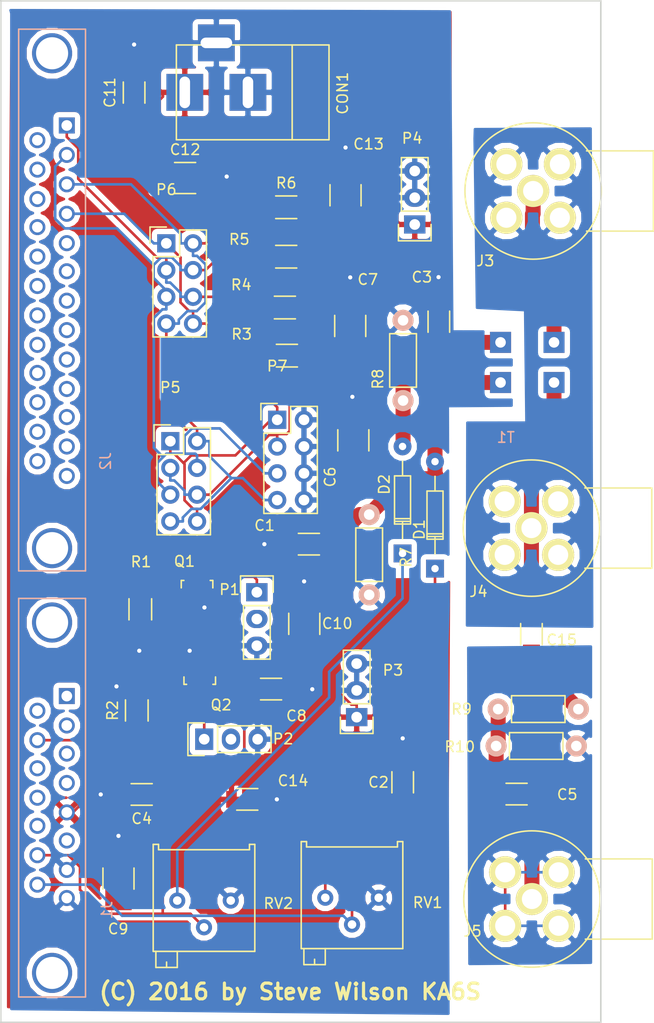
<source format=kicad_pcb>
(kicad_pcb (version 4) (host pcbnew 4.0.1-3.201512221401+6198~38~ubuntu15.10.1-stable)
  (layers (0 F.Cu signal) (31 B.Cu signal) (34 B.Paste user) (35 F.Paste user) (36 B.SilkS user) (37 F.SilkS user) (38 B.Mask user) (39 F.Mask user) (44 Edge.Cuts user))
  (net 0 "")
  (net 1 "Net-(C1-Pad1)")
  (net 2 GND)
  (net 3 /SWR_RV)
  (net 4 "Net-(C3-Pad1)")
  (net 5 /SWR_FD)
  (net 6 "Net-(C5-Pad1)")
  (net 7 "Net-(C5-Pad2)")
  (net 8 +5V)
  (net 9 "Net-(D1-Pad1)")
  (net 10 "Net-(D2-Pad1)")
  (net 11 "Net-(J1-Pad1)")
  (net 12 "Net-(J1-Pad2)")
  (net 13 "Net-(J1-Pad3)")
  (net 14 "Net-(J1-Pad4)")
  (net 15 "Net-(J1-Pad6)")
  (net 16 "Net-(J1-Pad9)")
  (net 17 "Net-(J1-Pad10)")
  (net 18 "Net-(J1-Pad11)")
  (net 19 "Net-(J1-Pad12)")
  (net 20 "Net-(J1-Pad13)")
  (net 21 /OUTB)
  (net 22 /OUTC)
  (net 23 /OUTD)
  (net 24 /OUTA)
  (net 25 "Net-(J2-Pad5)")
  (net 26 "Net-(J2-Pad6)")
  (net 27 "Net-(J2-Pad7)")
  (net 28 "Net-(J2-Pad8)")
  (net 29 "Net-(J2-Pad9)")
  (net 30 "Net-(J2-Pad10)")
  (net 31 "Net-(J2-Pad11)")
  (net 32 "Net-(J2-Pad12)")
  (net 33 "Net-(J2-Pad13)")
  (net 34 "Net-(J2-Pad14)")
  (net 35 "Net-(J2-Pad15)")
  (net 36 "Net-(J2-Pad16)")
  (net 37 "Net-(J2-Pad17)")
  (net 38 "Net-(J2-Pad18)")
  (net 39 "Net-(J2-Pad19)")
  (net 40 "Net-(J2-Pad20)")
  (net 41 "Net-(J2-Pad21)")
  (net 42 "Net-(J2-Pad22)")
  (net 43 "Net-(J2-Pad23)")
  (net 44 "Net-(J2-Pad24)")
  (net 45 "Net-(J2-Pad25)")
  (net 46 "Net-(J3-Pad1)")
  (net 47 GNDA)
  (net 48 GNDREF)
  (net 49 "Net-(P1-Pad1)")
  (net 50 "Net-(P1-Pad2)")
  (net 51 "Net-(P2-Pad1)")
  (net 52 "Net-(P2-Pad2)")
  (net 53 "Net-(C15-Pad1)")
  (net 54 "Net-(C15-Pad2)")
  (module Capacitors_SMD:C_1206_HandSoldering (layer F.Cu) (at 124.27 129.595 180)
    (fp_text reference C1 (at 4.21 1.775 180) (layer F.SilkS))
    (fp_text value 0.1uF)
    (pad 1 smd rect (at -2 0 180) (size 2 1.6) (layers F.Cu F.Paste F.Mask) (net 1 "Net-(C1-Pad1)"))
    (pad 2 smd rect (at 2 0 180) (size 2 1.6) (layers F.Cu F.Paste F.Mask) (net 2 GND))
  )
  (module Capacitors_SMD:C_1206_HandSoldering (layer F.Cu) (at 133.18 152.205 90)
    (fp_text reference C2 (at 0 -2.3 180) (layer F.SilkS))
    (fp_text value 0.1uF)
    (pad 1 smd rect (at -2 0 90) (size 2 1.6) (layers F.Cu F.Paste F.Mask) (net 3 /SWR_RV))
    (pad 2 smd rect (at 2 0 90) (size 2 1.6) (layers F.Cu F.Paste F.Mask) (net 2 GND))
  )
  (module Capacitors_SMD:C_1206_HandSoldering (layer F.Cu) (at 136.615 108.47 90)
    (fp_text reference C3 (at 4.23 -1.61 180) (layer F.SilkS))
    (fp_text value 0.1uF)
    (pad 1 smd rect (at -2 0 90) (size 2 1.6) (layers F.Cu F.Paste F.Mask) (net 4 "Net-(C3-Pad1)"))
    (pad 2 smd rect (at 2 0 90) (size 2 1.6) (layers F.Cu F.Paste F.Mask) (net 2 GND))
  )
  (module Capacitors_SMD:C_1206_HandSoldering (layer F.Cu) (at 108.385 153.36 180)
    (fp_text reference C4 (at 0 -2.3 180) (layer F.SilkS))
    (fp_text value 0.1uF)
    (pad 1 smd rect (at -2 0 180) (size 2 1.6) (layers F.Cu F.Paste F.Mask) (net 5 /SWR_FD))
    (pad 2 smd rect (at 2 0 180) (size 2 1.6) (layers F.Cu F.Paste F.Mask) (net 2 GND))
  )
  (module Capacitors_SMD:C_1206_HandSoldering (layer F.Cu) (at 144 153.325)
    (fp_text reference C5 (at 4.81 0.045) (layer F.SilkS))
    (fp_text value 0.1uF)
    (pad 1 smd rect (at -2 0) (size 2 1.6) (layers F.Cu F.Paste F.Mask) (net 6 "Net-(C5-Pad1)"))
    (pad 2 smd rect (at 2 0) (size 2 1.6) (layers F.Cu F.Paste F.Mask) (net 7 "Net-(C5-Pad2)"))
  )
  (module Connect:BARREL_JACK (layer F.Cu) (at 118.68 86.695 180)
    (fp_text reference CON1 (at -8.79 -0.085 270) (layer F.SilkS))
    (fp_text value BARREL_JACK)
    (pad 1 thru_hole rect (at 6.20014 0 180) (size 3.50012 3.50012) (drill oval 1.00076 2.99974) (layers *.Cu *.Mask) (net 8 +5V))
    (pad 2 thru_hole rect (at 0.20066 0 180) (size 3.50012 3.50012) (drill oval 1.00076 2.99974) (layers *.Cu *.Mask) (net 2 GND))
    (pad 3 thru_hole rect (at 3.2004 4.699 180) (size 3.50012 3.50012) (drill oval 2.99974 1.00076) (layers *.Cu *.Mask) (net 2 GND))
  )
  (module Diodes_ThroughHole:Diode_DO-35_SOD27_Horizontal_RM10 (layer F.Cu) (at 136.253 131.916 90)
    (fp_text reference D1 (at 3.711 -1.498 90) (layer F.SilkS))
    (fp_text value DIODE)
    (pad 2 thru_hole circle (at 10.16052 -0.00254 270) (size 1.69926 1.69926) (drill 0.70104) (layers *.Cu *.Mask) (net 1 "Net-(C1-Pad1)"))
    (pad 1 thru_hole rect (at 0.00052 -0.00254 270) (size 1.69926 1.69926) (drill 0.70104) (layers *.Cu *.Mask) (net 9 "Net-(D1-Pad1)"))
  )
  (module Diodes_ThroughHole:Diode_DO-35_SOD27_Horizontal_RM10 (layer F.Cu) (at 133.168 130.476 90)
    (fp_text reference D2 (at 6.556 -1.738 90) (layer F.SilkS))
    (fp_text value DIODE)
    (pad 2 thru_hole circle (at 10.16052 -0.00254 270) (size 1.69926 1.69926) (drill 0.70104) (layers *.Cu *.Mask) (net 4 "Net-(C3-Pad1)"))
    (pad 1 thru_hole rect (at 0.00052 -0.00254 270) (size 1.69926 1.69926) (drill 0.70104) (layers *.Cu *.Mask) (net 10 "Net-(D2-Pad1)"))
  )
  (module Connect:DB15FD (layer B.Cu) (at 100 154.177 90)
    (fp_text reference J1 (at -10.16 5.08 270) (layer B.SilkS) (effects (justify mirror)))
    (fp_text value DB15)
    (pad 0 thru_hole circle (at -16.129 -0.127 90) (size 3.81 3.81) (drill 3.048) (layers *.Cu *.Mask))
    (pad 0 thru_hole circle (at 17.145 -0.127 90) (size 3.81 3.81) (drill 3.048) (layers *.Cu *.Mask))
    (pad 1 thru_hole rect (at 10.16 1.27 90) (size 1.524 1.524) (drill 1.016) (layers *.Cu *.Mask) (net 11 "Net-(J1-Pad1)"))
    (pad 2 thru_hole circle (at 7.366 1.27 90) (size 1.524 1.524) (drill 1.016) (layers *.Cu *.Mask) (net 12 "Net-(J1-Pad2)"))
    (pad 3 thru_hole circle (at 4.699 1.27 90) (size 1.524 1.524) (drill 1.016) (layers *.Cu *.Mask) (net 13 "Net-(J1-Pad3)"))
    (pad 4 thru_hole circle (at 1.905 1.27 90) (size 1.524 1.524) (drill 1.016) (layers *.Cu *.Mask) (net 14 "Net-(J1-Pad4)"))
    (pad 5 thru_hole circle (at -0.889 1.27 90) (size 1.524 1.524) (drill 1.016) (layers *.Cu *.Mask) (net 8 +5V))
    (pad 6 thru_hole circle (at -3.556 1.27 90) (size 1.524 1.524) (drill 1.016) (layers *.Cu *.Mask) (net 15 "Net-(J1-Pad6)"))
    (pad 7 thru_hole circle (at -6.35 1.27 90) (size 1.524 1.524) (drill 1.016) (layers *.Cu *.Mask) (net 2 GND))
    (pad 8 thru_hole circle (at -9.017 1.27 90) (size 1.524 1.524) (drill 1.016) (layers *.Cu *.Mask) (net 2 GND))
    (pad 9 thru_hole circle (at 8.763 -1.524 90) (size 1.524 1.524) (drill 1.016) (layers *.Cu *.Mask) (net 16 "Net-(J1-Pad9)"))
    (pad 10 thru_hole circle (at 5.969 -1.524 90) (size 1.524 1.524) (drill 1.016) (layers *.Cu *.Mask) (net 17 "Net-(J1-Pad10)"))
    (pad 11 thru_hole circle (at 3.302 -1.524 90) (size 1.524 1.524) (drill 1.016) (layers *.Cu *.Mask) (net 18 "Net-(J1-Pad11)"))
    (pad 12 thru_hole circle (at 0.508 -1.524 90) (size 1.524 1.524) (drill 1.016) (layers *.Cu *.Mask) (net 19 "Net-(J1-Pad12)"))
    (pad 13 thru_hole circle (at -2.159 -1.524 90) (size 1.524 1.524) (drill 1.016) (layers *.Cu *.Mask) (net 20 "Net-(J1-Pad13)"))
    (pad 14 thru_hole circle (at -4.953 -1.524 90) (size 1.524 1.524) (drill 1.016) (layers *.Cu *.Mask) (net 5 /SWR_FD))
    (pad 15 thru_hole circle (at -7.747 -1.524 90) (size 1.524 1.524) (drill 1.016) (layers *.Cu *.Mask) (net 3 /SWR_RV))
  )
  (module Connect:DB25FD (layer B.Cu) (at 99.873 106.477 90)
    (fp_text reference J2 (at -15.24 5.08 270) (layer B.SilkS) (effects (justify mirror)))
    (fp_text value DB25)
    (pad 0 thru_hole circle (at -23.495 0 90) (size 3.81 3.81) (drill 3.048) (layers *.Cu *.Mask))
    (pad 0 thru_hole circle (at 23.495 0 90) (size 3.81 3.81) (drill 3.048) (layers *.Cu *.Mask))
    (pad 1 thru_hole rect (at 16.637 1.397 90) (size 1.524 1.524) (drill 1.016) (layers *.Cu *.Mask) (net 21 /OUTB))
    (pad 2 thru_hole circle (at 13.843 1.397 90) (size 1.524 1.524) (drill 1.016) (layers *.Cu *.Mask) (net 22 /OUTC))
    (pad 3 thru_hole circle (at 11.049 1.397 90) (size 1.524 1.524) (drill 1.016) (layers *.Cu *.Mask) (net 23 /OUTD))
    (pad 4 thru_hole circle (at 8.255 1.397 90) (size 1.524 1.524) (drill 1.016) (layers *.Cu *.Mask) (net 24 /OUTA))
    (pad 5 thru_hole circle (at 5.461 1.397 90) (size 1.524 1.524) (drill 1.016) (layers *.Cu *.Mask) (net 25 "Net-(J2-Pad5)"))
    (pad 6 thru_hole circle (at 2.794 1.397 90) (size 1.524 1.524) (drill 1.016) (layers *.Cu *.Mask) (net 26 "Net-(J2-Pad6)"))
    (pad 7 thru_hole circle (at 0 1.397 90) (size 1.524 1.524) (drill 1.016) (layers *.Cu *.Mask) (net 27 "Net-(J2-Pad7)"))
    (pad 8 thru_hole circle (at -2.794 1.397 90) (size 1.524 1.524) (drill 1.016) (layers *.Cu *.Mask) (net 28 "Net-(J2-Pad8)"))
    (pad 9 thru_hole circle (at -5.588 1.397 90) (size 1.524 1.524) (drill 1.016) (layers *.Cu *.Mask) (net 29 "Net-(J2-Pad9)"))
    (pad 10 thru_hole circle (at -8.382 1.397 90) (size 1.524 1.524) (drill 1.016) (layers *.Cu *.Mask) (net 30 "Net-(J2-Pad10)"))
    (pad 11 thru_hole circle (at -11.049 1.397 90) (size 1.524 1.524) (drill 1.016) (layers *.Cu *.Mask) (net 31 "Net-(J2-Pad11)"))
    (pad 12 thru_hole circle (at -13.843 1.397 90) (size 1.524 1.524) (drill 1.016) (layers *.Cu *.Mask) (net 32 "Net-(J2-Pad12)"))
    (pad 13 thru_hole circle (at -16.637 1.397 90) (size 1.524 1.524) (drill 1.016) (layers *.Cu *.Mask) (net 33 "Net-(J2-Pad13)"))
    (pad 14 thru_hole circle (at 15.24 -1.397 90) (size 1.524 1.524) (drill 1.016) (layers *.Cu *.Mask) (net 34 "Net-(J2-Pad14)"))
    (pad 15 thru_hole circle (at 12.446 -1.397 90) (size 1.524 1.524) (drill 1.016) (layers *.Cu *.Mask) (net 35 "Net-(J2-Pad15)"))
    (pad 16 thru_hole circle (at 9.652 -1.397 90) (size 1.524 1.524) (drill 1.016) (layers *.Cu *.Mask) (net 36 "Net-(J2-Pad16)"))
    (pad 17 thru_hole circle (at 6.985 -1.397 90) (size 1.524 1.524) (drill 1.016) (layers *.Cu *.Mask) (net 37 "Net-(J2-Pad17)"))
    (pad 18 thru_hole circle (at 4.191 -1.397 90) (size 1.524 1.524) (drill 1.016) (layers *.Cu *.Mask) (net 38 "Net-(J2-Pad18)"))
    (pad 19 thru_hole circle (at 1.397 -1.397 90) (size 1.524 1.524) (drill 1.016) (layers *.Cu *.Mask) (net 39 "Net-(J2-Pad19)"))
    (pad 20 thru_hole circle (at -1.397 -1.397 90) (size 1.524 1.524) (drill 1.016) (layers *.Cu *.Mask) (net 40 "Net-(J2-Pad20)"))
    (pad 21 thru_hole circle (at -4.191 -1.397 90) (size 1.524 1.524) (drill 1.016) (layers *.Cu *.Mask) (net 41 "Net-(J2-Pad21)"))
    (pad 22 thru_hole circle (at -6.858 -1.397 90) (size 1.524 1.524) (drill 1.016) (layers *.Cu *.Mask) (net 42 "Net-(J2-Pad22)"))
    (pad 23 thru_hole circle (at -9.652 -1.397 90) (size 1.524 1.524) (drill 1.016) (layers *.Cu *.Mask) (net 43 "Net-(J2-Pad23)"))
    (pad 24 thru_hole circle (at -12.446 -1.397 90) (size 1.524 1.524) (drill 1.016) (layers *.Cu *.Mask) (net 44 "Net-(J2-Pad24)"))
    (pad 25 thru_hole circle (at -15.24 -1.397 90) (size 1.524 1.524) (drill 1.016) (layers *.Cu *.Mask) (net 45 "Net-(J2-Pad25)"))
  )
  (module minicircuits:SMA_F_RA (layer F.Cu) (at 145.57 96.06)
    (fp_text reference J3 (at -4.535 6.64) (layer F.SilkS))
    (fp_text value SMA)
    (pad 1 thru_hole circle (at 0 0) (size 3.048 3.048) (drill 1.905) (layers *.Cu *.Mask F.SilkS) (net 46 "Net-(J3-Pad1)"))
    (pad 2 thru_hole circle (at 2.54 -2.54) (size 3.048 3.048) (drill 1.905) (layers *.Cu *.Mask F.SilkS) (net 47 GNDA))
    (pad 3 thru_hole circle (at 2.54 2.54) (size 3.048 3.048) (drill 1.905) (layers *.Cu *.Mask F.SilkS) (net 47 GNDA))
    (pad 4 thru_hole circle (at -2.54 2.54) (size 3.048 3.048) (drill 1.905) (layers *.Cu *.Mask F.SilkS) (net 47 GNDA))
    (pad 5 thru_hole circle (at -2.54 -2.54) (size 3.048 3.048) (drill 1.905) (layers *.Cu *.Mask F.SilkS) (net 47 GNDA))
  )
  (module minicircuits:SMA_F_RA (layer F.Cu) (at 145.41 128.07)
    (fp_text reference J4 (at -5.035 6.03) (layer F.SilkS))
    (fp_text value SMA)
    (pad 1 thru_hole circle (at 0 0) (size 3.048 3.048) (drill 1.905) (layers *.Cu *.Mask F.SilkS) (net 53 "Net-(C15-Pad1)"))
    (pad 2 thru_hole circle (at 2.54 -2.54) (size 3.048 3.048) (drill 1.905) (layers *.Cu *.Mask F.SilkS) (net 47 GNDA))
    (pad 3 thru_hole circle (at 2.54 2.54) (size 3.048 3.048) (drill 1.905) (layers *.Cu *.Mask F.SilkS) (net 47 GNDA))
    (pad 4 thru_hole circle (at -2.54 2.54) (size 3.048 3.048) (drill 1.905) (layers *.Cu *.Mask F.SilkS) (net 47 GNDA))
    (pad 5 thru_hole circle (at -2.54 -2.54) (size 3.048 3.048) (drill 1.905) (layers *.Cu *.Mask F.SilkS) (net 47 GNDA))
  )
  (module minicircuits:SMA_F_RA (layer F.Cu) (at 145.455 163.29)
    (fp_text reference J5 (at -5.63 3.06) (layer F.SilkS))
    (fp_text value SMA)
    (pad 1 thru_hole circle (at 0 0) (size 3.048 3.048) (drill 1.905) (layers *.Cu *.Mask F.SilkS) (net 7 "Net-(C5-Pad2)"))
    (pad 2 thru_hole circle (at 2.54 -2.54) (size 3.048 3.048) (drill 1.905) (layers *.Cu *.Mask F.SilkS) (net 48 GNDREF))
    (pad 3 thru_hole circle (at 2.54 2.54) (size 3.048 3.048) (drill 1.905) (layers *.Cu *.Mask F.SilkS) (net 48 GNDREF))
    (pad 4 thru_hole circle (at -2.54 2.54) (size 3.048 3.048) (drill 1.905) (layers *.Cu *.Mask F.SilkS) (net 48 GNDREF))
    (pad 5 thru_hole circle (at -2.54 -2.54) (size 3.048 3.048) (drill 1.905) (layers *.Cu *.Mask F.SilkS) (net 48 GNDREF))
  )
  (module Pin_Headers:Pin_Header_Straight_1x03 (layer F.Cu) (at 119.325 134.16)
    (fp_text reference P1 (at -2.59 -0.255) (layer F.SilkS))
    (fp_text value CONN_01X03)
    (pad 1 thru_hole rect (at 0 0) (size 2.032 1.7272) (drill 1.016) (layers *.Cu *.Mask) (net 49 "Net-(P1-Pad1)"))
    (pad 2 thru_hole oval (at 0 2.54) (size 2.032 1.7272) (drill 1.016) (layers *.Cu *.Mask) (net 50 "Net-(P1-Pad2)"))
    (pad 3 thru_hole oval (at 0 5.08) (size 2.032 1.7272) (drill 1.016) (layers *.Cu *.Mask) (net 2 GND))
  )
  (module Pin_Headers:Pin_Header_Straight_1x03 (layer F.Cu) (at 114.325 148.115 90)
    (fp_text reference P2 (at 0.025 7.5 180) (layer F.SilkS))
    (fp_text value CONN_01X03)
    (pad 1 thru_hole rect (at 0 0 90) (size 2.032 1.7272) (drill 1.016) (layers *.Cu *.Mask) (net 51 "Net-(P2-Pad1)"))
    (pad 2 thru_hole oval (at 0 2.54 90) (size 2.032 1.7272) (drill 1.016) (layers *.Cu *.Mask) (net 52 "Net-(P2-Pad2)"))
    (pad 3 thru_hole oval (at 0 5.08 90) (size 2.032 1.7272) (drill 1.016) (layers *.Cu *.Mask) (net 2 GND))
  )
  (module Pin_Headers:Pin_Header_Straight_1x03 (layer F.Cu) (at 128.81 146.02 180)
    (fp_text reference P3 (at -3.45 4.455 180) (layer F.SilkS))
    (fp_text value CONN_01X03)
    (pad 1 thru_hole rect (at 0 0 180) (size 2.032 1.7272) (drill 1.016) (layers *.Cu *.Mask) (net 8 +5V))
    (pad 2 thru_hole oval (at 0 2.54 180) (size 2.032 1.7272) (drill 1.016) (layers *.Cu *.Mask) (net 2 GND))
    (pad 3 thru_hole oval (at 0 5.08 180) (size 2.032 1.7272) (drill 1.016) (layers *.Cu *.Mask) (net 2 GND))
  )
  (module Pin_Headers:Pin_Header_Straight_1x03 (layer F.Cu) (at 134.325 99.24 180)
    (fp_text reference P4 (at 0.25 8.18 180) (layer F.SilkS))
    (fp_text value CONN_01X03)
    (pad 1 thru_hole rect (at 0 0 180) (size 2.032 1.7272) (drill 1.016) (layers *.Cu *.Mask) (net 8 +5V))
    (pad 2 thru_hole oval (at 0 2.54 180) (size 2.032 1.7272) (drill 1.016) (layers *.Cu *.Mask) (net 2 GND))
    (pad 3 thru_hole oval (at 0 5.08 180) (size 2.032 1.7272) (drill 1.016) (layers *.Cu *.Mask) (net 2 GND))
  )
  (module Pin_Headers:Pin_Header_Straight_2x04 (layer F.Cu) (at 111.105 119.815)
    (fp_text reference P5 (at 0 -5.1) (layer F.SilkS))
    (fp_text value CONN_02X04)
    (pad 1 thru_hole rect (at 0 0) (size 1.7272 1.7272) (drill 1.016) (layers *.Cu *.Mask) (net 24 /OUTA))
    (pad 2 thru_hole oval (at 2.54 0) (size 1.7272 1.7272) (drill 1.016) (layers *.Cu *.Mask) (net 23 /OUTD))
    (pad 3 thru_hole oval (at 0 2.54) (size 1.7272 1.7272) (drill 1.016) (layers *.Cu *.Mask) (net 21 /OUTB))
    (pad 4 thru_hole oval (at 2.54 2.54) (size 1.7272 1.7272) (drill 1.016) (layers *.Cu *.Mask) (net 22 /OUTC))
    (pad 5 thru_hole oval (at 0 5.08) (size 1.7272 1.7272) (drill 1.016) (layers *.Cu *.Mask) (net 22 /OUTC))
    (pad 6 thru_hole oval (at 2.54 5.08) (size 1.7272 1.7272) (drill 1.016) (layers *.Cu *.Mask) (net 21 /OUTB))
    (pad 7 thru_hole oval (at 0 7.62) (size 1.7272 1.7272) (drill 1.016) (layers *.Cu *.Mask) (net 23 /OUTD))
    (pad 8 thru_hole oval (at 2.54 7.62) (size 1.7272 1.7272) (drill 1.016) (layers *.Cu *.Mask) (net 24 /OUTA))
  )
  (module Pin_Headers:Pin_Header_Straight_2x04 (layer F.Cu) (at 110.725 101.03)
    (fp_text reference P6 (at 0 -5.1) (layer F.SilkS))
    (fp_text value CONN_02X04)
    (pad 1 thru_hole rect (at 0 0) (size 1.7272 1.7272) (drill 1.016) (layers *.Cu *.Mask) (net 24 /OUTA))
    (pad 2 thru_hole oval (at 2.54 0) (size 1.7272 1.7272) (drill 1.016) (layers *.Cu *.Mask) (net 23 /OUTD))
    (pad 3 thru_hole oval (at 0 2.54) (size 1.7272 1.7272) (drill 1.016) (layers *.Cu *.Mask) (net 21 /OUTB))
    (pad 4 thru_hole oval (at 2.54 2.54) (size 1.7272 1.7272) (drill 1.016) (layers *.Cu *.Mask) (net 22 /OUTC))
    (pad 5 thru_hole oval (at 0 5.08) (size 1.7272 1.7272) (drill 1.016) (layers *.Cu *.Mask) (net 22 /OUTC))
    (pad 6 thru_hole oval (at 2.54 5.08) (size 1.7272 1.7272) (drill 1.016) (layers *.Cu *.Mask) (net 21 /OUTB))
    (pad 7 thru_hole oval (at 0 7.62) (size 1.7272 1.7272) (drill 1.016) (layers *.Cu *.Mask) (net 23 /OUTD))
    (pad 8 thru_hole oval (at 2.54 7.62) (size 1.7272 1.7272) (drill 1.016) (layers *.Cu *.Mask) (net 24 /OUTA))
  )
  (module Pin_Headers:Pin_Header_Straight_2x04 (layer F.Cu) (at 121.26 117.785)
    (fp_text reference P7 (at 0 -5.1) (layer F.SilkS))
    (fp_text value CONN_02X04)
    (pad 1 thru_hole rect (at 0 0) (size 1.7272 1.7272) (drill 1.016) (layers *.Cu *.Mask) (net 24 /OUTA))
    (pad 2 thru_hole oval (at 2.54 0) (size 1.7272 1.7272) (drill 1.016) (layers *.Cu *.Mask) (net 2 GND))
    (pad 3 thru_hole oval (at 0 2.54) (size 1.7272 1.7272) (drill 1.016) (layers *.Cu *.Mask) (net 21 /OUTB))
    (pad 4 thru_hole oval (at 2.54 2.54) (size 1.7272 1.7272) (drill 1.016) (layers *.Cu *.Mask) (net 2 GND))
    (pad 5 thru_hole oval (at 0 5.08) (size 1.7272 1.7272) (drill 1.016) (layers *.Cu *.Mask) (net 22 /OUTC))
    (pad 6 thru_hole oval (at 2.54 5.08) (size 1.7272 1.7272) (drill 1.016) (layers *.Cu *.Mask) (net 2 GND))
    (pad 7 thru_hole oval (at 0 7.62) (size 1.7272 1.7272) (drill 1.016) (layers *.Cu *.Mask) (net 23 /OUTD))
    (pad 8 thru_hole oval (at 2.54 7.62) (size 1.7272 1.7272) (drill 1.016) (layers *.Cu *.Mask) (net 2 GND))
  )
  (module TO_SOT_Packages_SMD:SOT-23 (layer F.Cu) (at 113.644 133.69)
    (fp_text reference Q1 (at -1.194 -2.465) (layer F.SilkS))
    (fp_text value 2N7002)
    (pad 1 smd rect (at -0.95 1.00076) (size 0.8001 0.8001) (layers F.Cu F.Paste F.Mask) (net 17 "Net-(J1-Pad10)"))
    (pad 2 smd rect (at 0.95 1.00076) (size 0.8001 0.8001) (layers F.Cu F.Paste F.Mask) (net 2 GND))
    (pad 3 smd rect (at 0 -0.99822) (size 0.8001 0.8001) (layers F.Cu F.Paste F.Mask) (net 49 "Net-(P1-Pad1)"))
  )
  (module TO_SOT_Packages_SMD:SOT-23 (layer F.Cu) (at 113.9 142.256 180)
    (fp_text reference Q2 (at -2.03 -2.609 180) (layer F.SilkS))
    (fp_text value 2N7002)
    (pad 1 smd rect (at -0.95 1.00076 180) (size 0.8001 0.8001) (layers F.Cu F.Paste F.Mask) (net 17 "Net-(J1-Pad10)"))
    (pad 2 smd rect (at 0.95 1.00076 180) (size 0.8001 0.8001) (layers F.Cu F.Paste F.Mask) (net 2 GND))
    (pad 3 smd rect (at 0 -0.99822 180) (size 0.8001 0.8001) (layers F.Cu F.Paste F.Mask) (net 51 "Net-(P2-Pad1)"))
  )
  (module Resistors_SMD:R_1206_HandSoldering (layer F.Cu) (at 108.255 135.78 270)
    (fp_text reference R1 (at -4.505 -0.065 360) (layer F.SilkS))
    (fp_text value 10K)
    (pad 1 smd rect (at -2 0 270) (size 2 1.7) (layers F.Cu F.Paste F.Mask) (net 17 "Net-(J1-Pad10)"))
    (pad 2 smd rect (at 2 0 270) (size 2 1.7) (layers F.Cu F.Paste F.Mask) (net 2 GND))
  )
  (module Resistors_SMD:R_1206_HandSoldering (layer F.Cu) (at 107.92 145.385 90)
    (fp_text reference R2 (at 0 -2.3 90) (layer F.SilkS))
    (fp_text value 10K)
    (pad 1 smd rect (at -2 0 90) (size 2 1.7) (layers F.Cu F.Paste F.Mask) (net 17 "Net-(J1-Pad10)"))
    (pad 2 smd rect (at 2 0 90) (size 2 1.7) (layers F.Cu F.Paste F.Mask) (net 2 GND))
  )
  (module Resistors_SMD:R_1206_HandSoldering (layer F.Cu) (at 122.18 111.695)
    (fp_text reference R3 (at -4.295 -2.035) (layer F.SilkS))
    (fp_text value 10K)
    (pad 1 smd rect (at -2 0) (size 2 1.7) (layers F.Cu F.Paste F.Mask) (net 24 /OUTA))
    (pad 2 smd rect (at 2 0) (size 2 1.7) (layers F.Cu F.Paste F.Mask) (net 8 +5V))
  )
  (module Resistors_SMD:R_1206_HandSoldering (layer F.Cu) (at 121.99 107.125)
    (fp_text reference R4 (at -4.15 -2.15) (layer F.SilkS))
    (fp_text value 10K)
    (pad 1 smd rect (at -2 0) (size 2 1.7) (layers F.Cu F.Paste F.Mask) (net 21 /OUTB))
    (pad 2 smd rect (at 2 0) (size 2 1.7) (layers F.Cu F.Paste F.Mask) (net 8 +5V))
  )
  (module Resistors_SMD:R_1206_HandSoldering (layer F.Cu) (at 122.115 102.3)
    (fp_text reference R5 (at -4.46 -1.645) (layer F.SilkS))
    (fp_text value 10K)
    (pad 1 smd rect (at -2 0) (size 2 1.7) (layers F.Cu F.Paste F.Mask) (net 22 /OUTC))
    (pad 2 smd rect (at 2 0) (size 2 1.7) (layers F.Cu F.Paste F.Mask) (net 8 +5V))
  )
  (module Resistors_SMD:R_1206_HandSoldering (layer F.Cu) (at 122.115 97.605)
    (fp_text reference R6 (at 0 -2.3) (layer F.SilkS))
    (fp_text value 10K)
    (pad 1 smd rect (at -2 0) (size 2 1.7) (layers F.Cu F.Paste F.Mask) (net 23 /OUTD))
    (pad 2 smd rect (at 2 0) (size 2 1.7) (layers F.Cu F.Paste F.Mask) (net 8 +5V))
  )
  (module Resistors_ThroughHole:Resistor_Horizontal_RM7mm (layer F.Cu) (at 129.995 126.785 270)
    (fp_text reference R7 (at 4.05892 -3.50012 270) (layer F.SilkS))
    (fp_text value 50)
    (pad 1 thru_hole circle (at 0 0 270) (size 1.99898 1.99898) (drill 1.00076) (layers *.Cu *.SilkS *.Mask) (net 1 "Net-(C1-Pad1)"))
    (pad 2 thru_hole circle (at 7.62 0 270) (size 1.99898 1.99898) (drill 1.00076) (layers *.Cu *.SilkS *.Mask) (net 2 GND))
  )
  (module Resistors_ThroughHole:Resistor_Horizontal_RM7mm (layer F.Cu) (at 133.215 115.96 90)
    (fp_text reference R8 (at 2.045 -2.39 90) (layer F.SilkS))
    (fp_text value 50)
    (pad 1 thru_hole circle (at 0 0 90) (size 1.99898 1.99898) (drill 1.00076) (layers *.Cu *.SilkS *.Mask) (net 4 "Net-(C3-Pad1)"))
    (pad 2 thru_hole circle (at 7.62 0 90) (size 1.99898 1.99898) (drill 1.00076) (layers *.Cu *.SilkS *.Mask) (net 2 GND))
  )
  (module Resistors_ThroughHole:Resistor_Horizontal_RM7mm (layer F.Cu) (at 142.25 145.255)
    (fp_text reference R9 (at -3.475 0.005) (layer F.SilkS))
    (fp_text value 30K)
    (pad 1 thru_hole circle (at 0 0) (size 1.99898 1.99898) (drill 1.00076) (layers *.Cu *.SilkS *.Mask) (net 6 "Net-(C5-Pad1)"))
    (pad 2 thru_hole circle (at 7.62 0) (size 1.99898 1.99898) (drill 1.00076) (layers *.Cu *.SilkS *.Mask) (net 54 "Net-(C15-Pad2)"))
  )
  (module Resistors_ThroughHole:Resistor_Horizontal_RM7mm (layer F.Cu) (at 142.055 148.76)
    (fp_text reference R10 (at -3.45 0.07) (layer F.SilkS))
    (fp_text value 1K)
    (pad 1 thru_hole circle (at 0 0) (size 1.99898 1.99898) (drill 1.00076) (layers *.Cu *.SilkS *.Mask) (net 6 "Net-(C5-Pad1)"))
    (pad 2 thru_hole circle (at 7.62 0) (size 1.99898 1.99898) (drill 1.00076) (layers *.Cu *.SilkS *.Mask) (net 48 GNDREF))
  )
  (module Potentiometers:Potentiometer_Bourns_3296P_3-8Zoll_Angular_ScrewFront (layer F.Cu) (at 125.825 163.17 180)
    (fp_text reference RV1 (at -9.725 -0.46 180) (layer F.SilkS))
    (fp_text value 10K)
    (pad 2 thru_hole circle (at -2.54 -2.54 270) (size 1.524 1.524) (drill 0.8128) (layers *.Cu *.Mask) (net 3 /SWR_RV))
    (pad 3 thru_hole circle (at -5.08 0 270) (size 1.524 1.524) (drill 0.8128) (layers *.Cu *.Mask) (net 2 GND))
    (pad 1 thru_hole circle (at 0 0 270) (size 1.524 1.524) (drill 0.8128) (layers *.Cu *.Mask) (net 9 "Net-(D1-Pad1)"))
  )
  (module Potentiometers:Potentiometer_Bourns_3296P_3-8Zoll_Angular_ScrewFront (layer F.Cu) (at 111.765 163.435 180)
    (fp_text reference RV2 (at -9.605 -0.275 180) (layer F.SilkS))
    (fp_text value 10K)
    (pad 2 thru_hole circle (at -2.54 -2.54 270) (size 1.524 1.524) (drill 0.8128) (layers *.Cu *.Mask) (net 5 /SWR_FD))
    (pad 3 thru_hole circle (at -5.08 0 270) (size 1.524 1.524) (drill 0.8128) (layers *.Cu *.Mask) (net 2 GND))
    (pad 1 thru_hole circle (at 0 0 270) (size 1.524 1.524) (drill 0.8128) (layers *.Cu *.Mask) (net 10 "Net-(D2-Pad1)"))
  )
  (module Oddities:NetTie-III (layer B.Cu) (at 145.015 112.34 180)
    (fp_text reference T1 (at 2.045 -7.12 360) (layer B.SilkS) (effects (justify mirror)))
    (fp_text value TRANSFO)
    (pad 1 thru_hole rect (at -2.54 1.905 180) (size 1.99898 1.99898) (drill 1.00076) (layers *.Cu *.Mask) (net 46 "Net-(J3-Pad1)"))
    (pad 2 thru_hole rect (at -2.54 -1.905 180) (size 1.99898 1.99898) (drill 1.00076) (layers *.Cu *.Mask) (net 53 "Net-(C15-Pad1)"))
    (pad 3 thru_hole rect (at 2.54 1.905 180) (size 1.99898 1.99898) (drill 1.00076) (layers *.Cu *.Mask) (net 4 "Net-(C3-Pad1)"))
    (pad 4 thru_hole rect (at 2.54 -1.905 180) (size 1.99898 1.99898) (drill 1.00076) (layers *.Cu *.Mask) (net 1 "Net-(C1-Pad1)"))
  )
  (module Capacitors_SMD:C_1206_HandSoldering (layer F.Cu) (at 145.41 138.135 270)
    (fp_text reference C15 (at 0.555 -2.875 360) (layer F.SilkS))
    (fp_text value 0.1uF)
    (pad 1 smd rect (at -2 0 270) (size 2 1.6) (layers F.Cu F.Paste F.Mask) (net 53 "Net-(C15-Pad1)"))
    (pad 2 smd rect (at 2 0 270) (size 2 1.6) (layers F.Cu F.Paste F.Mask) (net 54 "Net-(C15-Pad2)"))
  )
  (module Capacitors_SMD:C_1210_HandSoldering (layer F.Cu) (at 128.49 119.735 90)
    (fp_text reference C6 (at -3.48 -2.205 90) (layer F.SilkS))
    (fp_text value 100uF)
    (pad 1 smd rect (at -2 0 90) (size 2 2.5) (layers F.Cu F.Paste F.Mask) (net 8 +5V))
    (pad 2 smd rect (at 2 0 90) (size 2 2.5) (layers F.Cu F.Paste F.Mask) (net 2 GND))
  )
  (module Capacitors_SMD:C_1210_HandSoldering (layer F.Cu) (at 128.195 108.875 90)
    (fp_text reference C7 (at 4.41 1.67 180) (layer F.SilkS))
    (fp_text value 1uF)
    (pad 1 smd rect (at -2 0 90) (size 2 2.5) (layers F.Cu F.Paste F.Mask) (net 8 +5V))
    (pad 2 smd rect (at 2 0 90) (size 2 2.5) (layers F.Cu F.Paste F.Mask) (net 2 GND))
  )
  (module Capacitors_SMD:C_1206_HandSoldering (layer F.Cu) (at 120.675 143.355)
    (fp_text reference C8 (at 2.41 2.545) (layer F.SilkS))
    (fp_text value 0.1uF)
    (pad 1 smd rect (at -2 0) (size 2 1.6) (layers F.Cu F.Paste F.Mask) (net 8 +5V))
    (pad 2 smd rect (at 2 0) (size 2 1.6) (layers F.Cu F.Paste F.Mask) (net 2 GND))
  )
  (module Capacitors_SMD:C_1210_HandSoldering (layer F.Cu) (at 106.18 161.35 90)
    (fp_text reference C9 (at -4.78 -0.03 180) (layer F.SilkS))
    (fp_text value 100uF)
    (pad 1 smd rect (at -2 0 90) (size 2 2.5) (layers F.Cu F.Paste F.Mask) (net 8 +5V))
    (pad 2 smd rect (at 2 0 90) (size 2 2.5) (layers F.Cu F.Paste F.Mask) (net 2 GND))
  )
  (module Capacitors_SMD:C_1210_HandSoldering (layer F.Cu) (at 123.83 137.16 90)
    (fp_text reference C10 (at 0.03 3.135 180) (layer F.SilkS))
    (fp_text value 1uF)
    (pad 1 smd rect (at -2 0 90) (size 2 2.5) (layers F.Cu F.Paste F.Mask) (net 8 +5V))
    (pad 2 smd rect (at 2 0 90) (size 2 2.5) (layers F.Cu F.Paste F.Mask) (net 2 GND))
  )
  (module Capacitors_SMD:C_1206_HandSoldering (layer F.Cu) (at 107.665 86.715 90)
    (fp_text reference C11 (at 0 -2.3 90) (layer F.SilkS))
    (fp_text value 0.1uF)
    (pad 1 smd rect (at -2 0 90) (size 2 1.6) (layers F.Cu F.Paste F.Mask) (net 8 +5V))
    (pad 2 smd rect (at 2 0 90) (size 2 1.6) (layers F.Cu F.Paste F.Mask) (net 2 GND))
  )
  (module Capacitors_SMD:C_1210_HandSoldering (layer F.Cu) (at 112.51 94.83)
    (fp_text reference C12 (at 0 -2.7) (layer F.SilkS))
    (fp_text value 100uF)
    (pad 1 smd rect (at -2 0) (size 2 2.5) (layers F.Cu F.Paste F.Mask) (net 8 +5V))
    (pad 2 smd rect (at 2 0) (size 2 2.5) (layers F.Cu F.Paste F.Mask) (net 2 GND))
  )
  (module Capacitors_SMD:C_1210_HandSoldering (layer F.Cu) (at 127.75 96.465 90)
    (fp_text reference C13 (at 4.86 2.19 180) (layer F.SilkS))
    (fp_text value 1uF)
    (pad 1 smd rect (at -2 0 90) (size 2 2.5) (layers F.Cu F.Paste F.Mask) (net 8 +5V))
    (pad 2 smd rect (at 2 0 90) (size 2 2.5) (layers F.Cu F.Paste F.Mask) (net 2 GND))
  )
  (module Capacitors_SMD:C_1206 (layer F.Cu) (at 118.415 153.825)
    (fp_text reference C14 (at 4.345 -1.765) (layer F.SilkS))
    (fp_text value 0.1uF)
    (pad 1 smd rect (at -1.5 0) (size 1 1.6) (layers F.Cu F.Paste F.Mask) (net 8 +5V))
    (pad 2 smd rect (at 1.5 0) (size 1 1.6) (layers F.Cu F.Paste F.Mask) (net 2 GND))
  )
  (gr_text "(C) 2016 by Steve Wilson KA6S" (at 122.495 172.09) (layer F.SilkS) (effects (font (size 1.5 1.5) (thickness 0.3))))
  (gr_line (start 95 78) (end 95 175) (layer Edge.Cuts) (width 0.15))
  (gr_line (start 152 78) (end 95 78) (layer Edge.Cuts) (width 0.15))
  (gr_line (start 152 175) (end 152 78) (layer Edge.Cuts) (width 0.15))
  (gr_line (start 95 175) (end 152 175) (layer Edge.Cuts) (width 0.15))
  (segment (start 129.08 126.785) (end 126.27 129.595) (width 1.42) (layer F.Cu) (net 1))
  (segment (start 129.995 126.785) (end 129.08 126.785) (width 1.42) (layer F.Cu) (net 1))
  (segment (start 136.25 115.455) (end 136.25 119.206) (width 1.42) (layer F.Cu) (net 1))
  (segment (start 137.44 114.265) (end 136.25 115.455) (width 1.42) (layer F.Cu) (net 1))
  (segment (start 140.036 114.265) (end 137.44 114.265) (width 1.42) (layer F.Cu) (net 1))
  (segment (start 140.056 114.245) (end 140.036 114.265) (width 1.42) (layer F.Cu) (net 1))
  (segment (start 142.475 114.245) (end 140.056 114.245) (width 1.42) (layer F.Cu) (net 1))
  (segment (start 133.4 123.38) (end 129.995 126.785) (width 1.42) (layer F.Cu) (net 1))
  (segment (start 136.34 123.38) (end 133.4 123.38) (width 1.42) (layer F.Cu) (net 1))
  (segment (start 136.34 123.047) (end 136.34 123.38) (width 1.42) (layer F.Cu) (net 1))
  (segment (start 136.25 122.957) (end 136.34 123.047) (width 1.42) (layer F.Cu) (net 1))
  (segment (start 136.25 119.206) (end 136.25 122.957) (width 1.42) (layer F.Cu) (net 1))
  (segment (start 136.2505 119.2065) (end 136.2505 121.7555) (width 0.25) (layer F.Cu) (net 1))
  (segment (start 136.25 119.206) (end 136.2505 119.2065) (width 0.25) (layer F.Cu) (net 1))
  (via (at 136.585 104.24) (size 0.6) (layers F.Cu B.Cu) (net 2))
  (via (at 128.4 115.605) (size 0.6) (layers F.Cu B.Cu) (net 2))
  (via (at 120.04 129.595) (size 0.6) (layers F.Cu B.Cu) (net 2))
  (via (at 123.815 133.13) (size 0.6) (layers F.Cu B.Cu) (net 2))
  (via (at 107.665 82.155) (size 0.6) (layers F.Cu B.Cu) (net 2))
  (via (at 116.46 94.69) (size 0.6) (layers F.Cu B.Cu) (net 2))
  (via (at 127.75 91.935) (size 0.6) (layers F.Cu B.Cu) (net 2))
  (via (at 128.195 104.265) (size 0.6) (layers F.Cu B.Cu) (net 2))
  (via (at 112.94 139.715) (size 0.6) (layers F.Cu B.Cu) (net 2))
  (via (at 108.155 139.715) (size 0.6) (layers F.Cu B.Cu) (net 2))
  (via (at 105.99 143.1) (size 0.6) (layers F.Cu B.Cu) (net 2))
  (via (at 124.59 143.37) (size 0.6) (layers F.Cu B.Cu) (net 2))
  (via (at 133.18 148.035) (size 0.6) (layers F.Cu B.Cu) (net 2))
  (via (at 104.495 153.36) (size 0.6) (layers F.Cu B.Cu) (net 2))
  (via (at 121.225 153.825) (size 0.6) (layers F.Cu B.Cu) (net 2))
  (via (at 106.18 157.295) (size 0.6) (layers F.Cu B.Cu) (net 2))
  (via (at 114.3459 135.6067) (size 0.6) (layers F.Cu B.Cu) (net 2))
  (segment (start 136.615 104.27) (end 136.585 104.24) (width 0.25) (layer F.Cu) (net 2))
  (segment (start 136.615 106.47) (end 136.615 104.27) (width 0.25) (layer F.Cu) (net 2))
  (segment (start 128.49 115.695) (end 128.4 115.605) (width 0.25) (layer F.Cu) (net 2))
  (segment (start 128.49 117.735) (end 128.49 115.695) (width 0.25) (layer F.Cu) (net 2))
  (segment (start 122.27 129.595) (end 120.04 129.595) (width 0.25) (layer F.Cu) (net 2))
  (segment (start 123.815 133.895) (end 123.815 133.13) (width 0.25) (layer F.Cu) (net 2))
  (segment (start 123.83 133.91) (end 123.815 133.895) (width 0.25) (layer F.Cu) (net 2))
  (segment (start 123.83 135.16) (end 123.83 133.91) (width 0.25) (layer F.Cu) (net 2))
  (segment (start 107.665 84.715) (end 107.665 82.155) (width 0.25) (layer F.Cu) (net 2))
  (segment (start 115.9 94.69) (end 116.46 94.69) (width 0.25) (layer F.Cu) (net 2))
  (segment (start 115.76 94.83) (end 115.9 94.69) (width 0.25) (layer F.Cu) (net 2))
  (segment (start 114.51 94.83) (end 115.76 94.83) (width 0.25) (layer F.Cu) (net 2))
  (segment (start 127.75 94.465) (end 127.75 91.935) (width 0.25) (layer F.Cu) (net 2))
  (segment (start 128.195 106.875) (end 128.195 104.265) (width 0.25) (layer F.Cu) (net 2))
  (segment (start 108.255 139.615) (end 108.155 139.715) (width 0.25) (layer F.Cu) (net 2))
  (segment (start 108.255 137.78) (end 108.255 139.615) (width 0.25) (layer F.Cu) (net 2))
  (segment (start 106.535 143.1) (end 105.99 143.1) (width 0.25) (layer F.Cu) (net 2))
  (segment (start 106.82 143.385) (end 106.535 143.1) (width 0.25) (layer F.Cu) (net 2))
  (segment (start 107.92 143.385) (end 106.82 143.385) (width 0.25) (layer F.Cu) (net 2))
  (segment (start 123.94 143.37) (end 124.59 143.37) (width 0.25) (layer F.Cu) (net 2))
  (segment (start 123.925 143.355) (end 123.94 143.37) (width 0.25) (layer F.Cu) (net 2))
  (segment (start 122.675 143.355) (end 123.925 143.355) (width 0.25) (layer F.Cu) (net 2))
  (segment (start 133.18 150.205) (end 133.18 148.035) (width 0.25) (layer F.Cu) (net 2))
  (segment (start 106.385 153.36) (end 104.495 153.36) (width 0.25) (layer F.Cu) (net 2))
  (segment (start 119.915 153.825) (end 121.225 153.825) (width 0.25) (layer F.Cu) (net 2))
  (segment (start 106.18 159.35) (end 106.18 157.295) (width 0.25) (layer F.Cu) (net 2))
  (segment (start 112.94 140.595) (end 112.94 139.715) (width 0.25) (layer F.Cu) (net 2))
  (segment (start 112.95 140.605) (end 112.94 140.595) (width 0.25) (layer F.Cu) (net 2))
  (segment (start 112.95 141.255) (end 112.95 140.605) (width 0.25) (layer F.Cu) (net 2))
  (segment (start 112.95 141.255) (end 112.95 141.2552) (width 0.25) (layer F.Cu) (net 2))
  (segment (start 114.594 134.6908) (end 114.594 135.4161) (width 0.25) (layer F.Cu) (net 2))
  (segment (start 114.5365 135.4161) (end 114.594 135.4161) (width 0.25) (layer F.Cu) (net 2))
  (segment (start 114.3459 135.6067) (end 114.5365 135.4161) (width 0.25) (layer F.Cu) (net 2))
  (segment (start 128.365 157.8947) (end 132.0547 154.205) (width 0.25) (layer F.Cu) (net 3))
  (segment (start 128.365 165.71) (end 128.365 157.8947) (width 0.25) (layer F.Cu) (net 3))
  (segment (start 133.18 154.205) (end 132.0547 154.205) (width 0.25) (layer F.Cu) (net 3))
  (segment (start 103.5623 161.924) (end 98.476 161.924) (width 0.25) (layer B.Cu) (net 3))
  (segment (start 106.5198 164.8815) (end 103.5623 161.924) (width 0.25) (layer B.Cu) (net 3))
  (segment (start 127.5365 164.8815) (end 106.5198 164.8815) (width 0.25) (layer B.Cu) (net 3))
  (segment (start 128.365 165.71) (end 127.5365 164.8815) (width 0.25) (layer B.Cu) (net 3))
  (segment (start 133.215 114.17) (end 133.215 115.96) (width 1.42) (layer F.Cu) (net 4))
  (segment (start 133.165 114.12) (end 133.215 114.17) (width 1.42) (layer F.Cu) (net 4))
  (segment (start 136.615 110.67) (end 133.165 114.12) (width 1.42) (layer F.Cu) (net 4))
  (segment (start 136.615 110.47) (end 136.615 110.67) (width 1.42) (layer F.Cu) (net 4))
  (segment (start 136.65 110.435) (end 136.615 110.47) (width 1.42) (layer F.Cu) (net 4))
  (segment (start 142.475 110.435) (end 136.65 110.435) (width 1.42) (layer F.Cu) (net 4))
  (segment (start 133.1655 120.3145) (end 133.165 120.315) (width 1.42) (layer F.Cu) (net 4))
  (segment (start 133.215 120.265) (end 133.1655 120.3145) (width 1.42) (layer F.Cu) (net 4))
  (segment (start 133.215 115.96) (end 133.215 120.265) (width 1.42) (layer F.Cu) (net 4))
  (segment (start 133.1655 120.3145) (end 133.1655 120.3155) (width 0.25) (layer F.Cu) (net 4))
  (segment (start 110.385 153.36) (end 110.385 154.4853) (width 0.25) (layer F.Cu) (net 5))
  (segment (start 110.385 164.6873) (end 110.385 154.4853) (width 0.25) (layer F.Cu) (net 5))
  (segment (start 113.0173 164.6873) (end 110.385 164.6873) (width 0.25) (layer F.Cu) (net 5))
  (segment (start 114.305 165.975) (end 113.0173 164.6873) (width 0.25) (layer F.Cu) (net 5))
  (segment (start 101.4114 159.13) (end 98.476 159.13) (width 0.25) (layer F.Cu) (net 5))
  (segment (start 102.5232 160.2418) (end 101.4114 159.13) (width 0.25) (layer F.Cu) (net 5))
  (segment (start 102.5232 162.4114) (end 102.5232 160.2418) (width 0.25) (layer F.Cu) (net 5))
  (segment (start 104.7991 164.6873) (end 102.5232 162.4114) (width 0.25) (layer F.Cu) (net 5))
  (segment (start 110.385 164.6873) (end 104.7991 164.6873) (width 0.25) (layer F.Cu) (net 5))
  (segment (start 142.055 148.76) (end 142.055 153.27) (width 1.42) (layer F.Cu) (net 6))
  (segment (start 142.055 153.27) (end 142 153.325) (width 1.42) (layer F.Cu) (net 6))
  (segment (start 142.25 145.255) (end 142.25 148.565) (width 1.42) (layer F.Cu) (net 6))
  (segment (start 142.25 148.565) (end 142.055 148.76) (width 1.42) (layer F.Cu) (net 6))
  (segment (start 146 153.325) (end 145.455 153.87) (width 1.42) (layer F.Cu) (net 7))
  (segment (start 145.455 153.87) (end 145.455 163.29) (width 1.42) (layer F.Cu) (net 7))
  (segment (start 128.195 110.875) (end 126.6197 110.875) (width 0.25) (layer F.Cu) (net 8))
  (segment (start 126.6197 110.875) (end 125.7997 111.695) (width 0.25) (layer F.Cu) (net 8))
  (segment (start 132.2087 98.465) (end 132.9837 99.24) (width 0.25) (layer F.Cu) (net 8))
  (segment (start 127.75 98.465) (end 132.2087 98.465) (width 0.25) (layer F.Cu) (net 8))
  (segment (start 134.325 99.24) (end 132.9837 99.24) (width 0.25) (layer F.Cu) (net 8))
  (segment (start 123.83 139.16) (end 123.0424 139.16) (width 0.25) (layer F.Cu) (net 8))
  (segment (start 128.81 146.02) (end 128.81 144.8311) (width 0.25) (layer F.Cu) (net 8))
  (segment (start 128.4072 120.4097) (end 128.49 120.4097) (width 0.25) (layer F.Cu) (net 8))
  (segment (start 125.7997 117.8022) (end 128.4072 120.4097) (width 0.25) (layer F.Cu) (net 8))
  (segment (start 125.7997 111.695) (end 125.7997 117.8022) (width 0.25) (layer F.Cu) (net 8))
  (segment (start 123.9128 137.8347) (end 123.83 137.8347) (width 0.25) (layer F.Cu) (net 8))
  (segment (start 125.4054 136.3421) (end 123.9128 137.8347) (width 0.25) (layer F.Cu) (net 8))
  (segment (start 125.4054 131.6891) (end 125.4054 136.3421) (width 0.25) (layer F.Cu) (net 8))
  (segment (start 124.9446 131.2283) (end 125.4054 131.6891) (width 0.25) (layer F.Cu) (net 8))
  (segment (start 124.9446 126.6057) (end 124.9446 131.2283) (width 0.25) (layer F.Cu) (net 8))
  (segment (start 128.49 123.0603) (end 124.9446 126.6057) (width 0.25) (layer F.Cu) (net 8))
  (segment (start 128.49 121.735) (end 128.49 123.0603) (width 0.25) (layer F.Cu) (net 8))
  (segment (start 123.83 139.16) (end 123.83 137.8347) (width 0.25) (layer F.Cu) (net 8))
  (segment (start 128.49 121.735) (end 128.49 120.4097) (width 0.25) (layer F.Cu) (net 8))
  (segment (start 124.115 102.3) (end 124.115 103.4753) (width 0.25) (layer F.Cu) (net 8))
  (segment (start 123.99 103.6003) (end 124.115 103.4753) (width 0.25) (layer F.Cu) (net 8))
  (segment (start 123.99 107.125) (end 123.99 103.6003) (width 0.25) (layer F.Cu) (net 8))
  (segment (start 127.75 98.465) (end 126.1747 98.465) (width 0.25) (layer F.Cu) (net 8))
  (segment (start 124.7777 97.605) (end 124.7777 97.9657) (width 0.25) (layer F.Cu) (net 8))
  (segment (start 124.115 98.6284) (end 124.7777 97.9657) (width 0.25) (layer F.Cu) (net 8))
  (segment (start 124.115 102.3) (end 124.115 98.6284) (width 0.25) (layer F.Cu) (net 8))
  (segment (start 125.6754 97.9657) (end 126.1747 98.465) (width 0.25) (layer F.Cu) (net 8))
  (segment (start 124.7777 97.9657) (end 125.6754 97.9657) (width 0.25) (layer F.Cu) (net 8))
  (segment (start 110.4045 87.1008) (end 108.7903 88.715) (width 0.25) (layer F.Cu) (net 8))
  (segment (start 110.4045 86.695) (end 110.4045 87.1008) (width 0.25) (layer F.Cu) (net 8))
  (segment (start 107.665 88.715) (end 108.7903 88.715) (width 0.25) (layer F.Cu) (net 8))
  (segment (start 112.4799 86.695) (end 110.4045 86.695) (width 0.25) (layer F.Cu) (net 8))
  (segment (start 110.51 90.4347) (end 108.7903 88.715) (width 0.25) (layer F.Cu) (net 8))
  (segment (start 110.51 94.83) (end 110.51 90.4347) (width 0.25) (layer F.Cu) (net 8))
  (segment (start 116.915 153.825) (end 116.915 153.2623) (width 0.25) (layer F.Cu) (net 8))
  (segment (start 118.675 143.355) (end 118.675 144.4803) (width 0.25) (layer F.Cu) (net 8))
  (segment (start 118.675 143.355) (end 118.675 142.2297) (width 0.25) (layer F.Cu) (net 8))
  (segment (start 123.0424 139.16) (end 123.0424 141.0123) (width 0.25) (layer F.Cu) (net 8))
  (segment (start 124.485 141.0123) (end 123.0424 141.0123) (width 0.25) (layer F.Cu) (net 8))
  (segment (start 128.3038 144.8311) (end 124.485 141.0123) (width 0.25) (layer F.Cu) (net 8))
  (segment (start 128.81 144.8311) (end 128.3038 144.8311) (width 0.25) (layer F.Cu) (net 8))
  (segment (start 119.8924 141.0123) (end 118.675 142.2297) (width 0.25) (layer F.Cu) (net 8))
  (segment (start 123.0424 141.0123) (end 119.8924 141.0123) (width 0.25) (layer F.Cu) (net 8))
  (segment (start 124.115 97.605) (end 124.4464 97.605) (width 0.25) (layer F.Cu) (net 8))
  (segment (start 124.4464 97.605) (end 124.7777 97.605) (width 0.25) (layer F.Cu) (net 8))
  (segment (start 111.8353 94.9128) (end 111.8353 94.83) (width 0.25) (layer F.Cu) (net 8))
  (segment (start 113.3279 96.4054) (end 111.8353 94.9128) (width 0.25) (layer F.Cu) (net 8))
  (segment (start 123.2468 96.4054) (end 113.3279 96.4054) (width 0.25) (layer F.Cu) (net 8))
  (segment (start 124.4464 97.605) (end 123.2468 96.4054) (width 0.25) (layer F.Cu) (net 8))
  (segment (start 110.51 94.83) (end 111.8353 94.83) (width 0.25) (layer F.Cu) (net 8))
  (segment (start 118.135 145.0203) (end 118.675 144.4803) (width 0.25) (layer F.Cu) (net 8))
  (segment (start 118.135 150.4781) (end 118.135 145.0203) (width 0.25) (layer F.Cu) (net 8))
  (segment (start 116.3785 152.2346) (end 118.135 150.4781) (width 0.25) (layer F.Cu) (net 8))
  (segment (start 116.915 152.7711) (end 116.3785 152.2346) (width 0.25) (layer F.Cu) (net 8))
  (segment (start 116.915 153.2623) (end 116.915 152.7711) (width 0.25) (layer F.Cu) (net 8))
  (segment (start 104.6837 152.2346) (end 101.7947 155.1236) (width 0.25) (layer F.Cu) (net 8))
  (segment (start 116.3785 152.2346) (end 104.6837 152.2346) (width 0.25) (layer F.Cu) (net 8))
  (segment (start 103.8327 157.1617) (end 101.7947 155.1236) (width 0.25) (layer F.Cu) (net 8))
  (segment (start 103.8327 159.7602) (end 103.8327 157.1617) (width 0.25) (layer F.Cu) (net 8))
  (segment (start 106.0972 162.0247) (end 103.8327 159.7602) (width 0.25) (layer F.Cu) (net 8))
  (segment (start 106.18 162.0247) (end 106.0972 162.0247) (width 0.25) (layer F.Cu) (net 8))
  (segment (start 101.737 155.066) (end 101.27 155.066) (width 0.25) (layer F.Cu) (net 8))
  (segment (start 101.7947 155.1236) (end 101.737 155.066) (width 0.25) (layer F.Cu) (net 8))
  (segment (start 106.18 163.35) (end 106.18 162.0247) (width 0.25) (layer F.Cu) (net 8))
  (segment (start 125.7997 111.695) (end 124.18 111.695) (width 0.25) (layer F.Cu) (net 8))
  (segment (start 124.18 108.4903) (end 123.99 108.3003) (width 0.25) (layer F.Cu) (net 8))
  (segment (start 124.18 111.695) (end 124.18 108.4903) (width 0.25) (layer F.Cu) (net 8))
  (segment (start 123.99 107.125) (end 123.99 108.3003) (width 0.25) (layer F.Cu) (net 8))
  (segment (start 136.2505 141.9246) (end 136.2505 131.9155) (width 0.25) (layer F.Cu) (net 9))
  (segment (start 125.825 152.3501) (end 136.2505 141.9246) (width 0.25) (layer F.Cu) (net 9))
  (segment (start 125.825 163.17) (end 125.825 152.3501) (width 0.25) (layer F.Cu) (net 9))
  (segment (start 133.1655 134.7422) (end 133.1655 130.4755) (width 0.25) (layer B.Cu) (net 10))
  (segment (start 126.1928 141.7149) (end 133.1655 134.7422) (width 0.25) (layer B.Cu) (net 10))
  (segment (start 126.1928 144.1524) (end 126.1928 141.7149) (width 0.25) (layer B.Cu) (net 10))
  (segment (start 111.765 158.5802) (end 126.1928 144.1524) (width 0.25) (layer B.Cu) (net 10))
  (segment (start 111.765 163.435) (end 111.765 158.5802) (width 0.25) (layer B.Cu) (net 10))
  (segment (start 105.9217 148.208) (end 98.476 148.208) (width 0.25) (layer F.Cu) (net 17))
  (segment (start 106.7447 147.385) (end 105.9217 148.208) (width 0.25) (layer F.Cu) (net 17))
  (segment (start 107.92 147.385) (end 106.7447 147.385) (width 0.25) (layer F.Cu) (net 17))
  (segment (start 109.0953 146.4065) (end 109.0953 147.385) (width 0.25) (layer F.Cu) (net 17))
  (segment (start 114.1246 141.3772) (end 109.0953 146.4065) (width 0.25) (layer F.Cu) (net 17))
  (segment (start 114.1246 141.2552) (end 114.1246 141.3772) (width 0.25) (layer F.Cu) (net 17))
  (segment (start 107.92 147.385) (end 109.0953 147.385) (width 0.25) (layer F.Cu) (net 17))
  (segment (start 110.3411 134.6908) (end 109.4303 133.78) (width 0.25) (layer F.Cu) (net 17))
  (segment (start 112.694 134.6908) (end 110.3411 134.6908) (width 0.25) (layer F.Cu) (net 17))
  (segment (start 108.255 133.78) (end 109.4303 133.78) (width 0.25) (layer F.Cu) (net 17))
  (segment (start 114.85 141.2552) (end 114.4873 141.2552) (width 0.25) (layer F.Cu) (net 17))
  (segment (start 114.4873 141.2552) (end 114.1246 141.2552) (width 0.25) (layer F.Cu) (net 17))
  (segment (start 112.694 136.23) (end 112.694 134.6908) (width 0.25) (layer F.Cu) (net 17))
  (segment (start 114.4873 138.0233) (end 112.694 136.23) (width 0.25) (layer F.Cu) (net 17))
  (segment (start 114.4873 141.2552) (end 114.4873 138.0233) (width 0.25) (layer F.Cu) (net 17))
  (segment (start 122.449 110.7593) (end 119.99 108.3003) (width 0.25) (layer F.Cu) (net 21))
  (segment (start 122.449 118.8388) (end 122.449 110.7593) (width 0.25) (layer F.Cu) (net 21))
  (segment (start 122.1517 119.1361) (end 122.449 118.8388) (width 0.25) (layer F.Cu) (net 21))
  (segment (start 121.26 119.1361) (end 122.1517 119.1361) (width 0.25) (layer F.Cu) (net 21))
  (segment (start 111.4765 123.5439) (end 111.105 123.5439) (width 0.25) (layer B.Cu) (net 21))
  (segment (start 112.4561 124.5235) (end 111.4765 123.5439) (width 0.25) (layer B.Cu) (net 21))
  (segment (start 112.4561 124.895) (end 112.4561 124.5235) (width 0.25) (layer B.Cu) (net 21))
  (segment (start 113.645 124.895) (end 112.4561 124.895) (width 0.25) (layer B.Cu) (net 21))
  (segment (start 111.105 122.355) (end 111.105 123.5439) (width 0.25) (layer B.Cu) (net 21))
  (segment (start 119.99 107.1805) (end 119.99 108.3003) (width 0.25) (layer F.Cu) (net 21))
  (segment (start 119.99 107.1805) (end 119.99 107.125) (width 0.25) (layer F.Cu) (net 21))
  (segment (start 117.6497 106.11) (end 113.265 106.11) (width 0.25) (layer F.Cu) (net 21))
  (segment (start 118.6647 107.125) (end 117.6497 106.11) (width 0.25) (layer F.Cu) (net 21))
  (segment (start 119.99 107.125) (end 118.6647 107.125) (width 0.25) (layer F.Cu) (net 21))
  (segment (start 102.3573 92.0146) (end 101.27 90.9273) (width 0.25) (layer F.Cu) (net 21))
  (segment (start 102.3573 94.9051) (end 102.3573 92.0146) (width 0.25) (layer F.Cu) (net 21))
  (segment (start 109.8333 102.3811) (end 102.3573 94.9051) (width 0.25) (layer F.Cu) (net 21))
  (segment (start 110.725 102.3811) (end 109.8333 102.3811) (width 0.25) (layer F.Cu) (net 21))
  (segment (start 110.725 103.57) (end 110.725 102.3811) (width 0.25) (layer F.Cu) (net 21))
  (segment (start 101.27 89.84) (end 101.27 90.9273) (width 0.25) (layer F.Cu) (net 21))
  (segment (start 121.26 120.325) (end 121.26 119.2285) (width 0.25) (layer F.Cu) (net 21))
  (segment (start 121.26 119.2285) (end 121.26 119.1361) (width 0.25) (layer F.Cu) (net 21))
  (segment (start 120.5004 119.2285) (end 114.8339 124.895) (width 0.25) (layer F.Cu) (net 21))
  (segment (start 121.26 119.2285) (end 120.5004 119.2285) (width 0.25) (layer F.Cu) (net 21))
  (segment (start 113.645 124.895) (end 114.8339 124.895) (width 0.25) (layer F.Cu) (net 21))
  (segment (start 111.0965 104.7589) (end 110.725 104.7589) (width 0.25) (layer B.Cu) (net 21))
  (segment (start 112.0761 105.7385) (end 111.0965 104.7589) (width 0.25) (layer B.Cu) (net 21))
  (segment (start 112.0761 106.11) (end 112.0761 105.7385) (width 0.25) (layer B.Cu) (net 21))
  (segment (start 113.265 106.11) (end 112.0761 106.11) (width 0.25) (layer B.Cu) (net 21))
  (segment (start 110.725 103.57) (end 110.725 104.7589) (width 0.25) (layer B.Cu) (net 21))
  (segment (start 115.7239 102.3) (end 114.4539 103.57) (width 0.25) (layer F.Cu) (net 22))
  (segment (start 120.115 102.3) (end 115.7239 102.3) (width 0.25) (layer F.Cu) (net 22))
  (segment (start 113.265 103.57) (end 114.4539 103.57) (width 0.25) (layer F.Cu) (net 22))
  (segment (start 121.26 122.865) (end 120.0711 122.865) (width 0.25) (layer B.Cu) (net 22))
  (segment (start 113.645 122.355) (end 113.645 121.1661) (width 0.25) (layer B.Cu) (net 22))
  (segment (start 112.4561 119.3163) (end 112.4561 121.004) (width 0.25) (layer B.Cu) (net 22))
  (segment (start 113.1686 118.6038) (end 112.4561 119.3163) (width 0.25) (layer B.Cu) (net 22))
  (segment (start 115.8099 118.6038) (end 113.1686 118.6038) (width 0.25) (layer B.Cu) (net 22))
  (segment (start 120.0711 122.865) (end 115.8099 118.6038) (width 0.25) (layer B.Cu) (net 22))
  (segment (start 113.4829 121.004) (end 113.645 121.1661) (width 0.25) (layer B.Cu) (net 22))
  (segment (start 112.4561 121.004) (end 113.4829 121.004) (width 0.25) (layer B.Cu) (net 22))
  (segment (start 110.3534 107.2989) (end 110.725 107.2989) (width 0.25) (layer B.Cu) (net 22))
  (segment (start 109.5361 108.1162) (end 110.3534 107.2989) (width 0.25) (layer B.Cu) (net 22))
  (segment (start 109.5361 120.4378) (end 109.5361 108.1162) (width 0.25) (layer B.Cu) (net 22))
  (segment (start 110.4203 121.322) (end 109.5361 120.4378) (width 0.25) (layer B.Cu) (net 22))
  (segment (start 109.8814 121.8609) (end 110.4203 121.322) (width 0.25) (layer B.Cu) (net 22))
  (segment (start 109.8814 123.6714) (end 109.8814 121.8609) (width 0.25) (layer B.Cu) (net 22))
  (segment (start 111.105 124.895) (end 109.8814 123.6714) (width 0.25) (layer B.Cu) (net 22))
  (segment (start 110.7383 121.004) (end 112.4561 121.004) (width 0.25) (layer B.Cu) (net 22))
  (segment (start 110.4203 121.322) (end 110.7383 121.004) (width 0.25) (layer B.Cu) (net 22))
  (segment (start 110.725 106.11) (end 110.725 107.2989) (width 0.25) (layer B.Cu) (net 22))
  (segment (start 110.725 106.11) (end 110.725 105.5214) (width 0.25) (layer B.Cu) (net 22))
  (segment (start 113.265 103.57) (end 112.0761 103.57) (width 0.25) (layer B.Cu) (net 22))
  (segment (start 100.1639 93.7401) (end 101.27 92.634) (width 0.25) (layer B.Cu) (net 22))
  (segment (start 100.1639 98.6996) (end 100.1639 93.7401) (width 0.25) (layer B.Cu) (net 22))
  (segment (start 101.0743 99.61) (end 100.1639 98.6996) (width 0.25) (layer B.Cu) (net 22))
  (segment (start 106.0416 99.61) (end 101.0743 99.61) (width 0.25) (layer B.Cu) (net 22))
  (segment (start 109.5152 103.0836) (end 106.0416 99.61) (width 0.25) (layer B.Cu) (net 22))
  (segment (start 110.2241 102.3747) (end 109.5152 103.0836) (width 0.25) (layer B.Cu) (net 22))
  (segment (start 111.2523 102.3747) (end 110.2241 102.3747) (width 0.25) (layer B.Cu) (net 22))
  (segment (start 112.0761 103.1985) (end 111.2523 102.3747) (width 0.25) (layer B.Cu) (net 22))
  (segment (start 112.0761 103.57) (end 112.0761 103.1985) (width 0.25) (layer B.Cu) (net 22))
  (segment (start 109.5152 104.3116) (end 110.725 105.5214) (width 0.25) (layer B.Cu) (net 22))
  (segment (start 109.5152 103.0836) (end 109.5152 104.3116) (width 0.25) (layer B.Cu) (net 22))
  (segment (start 117.8789 97.605) (end 114.4539 101.03) (width 0.25) (layer F.Cu) (net 23))
  (segment (start 120.115 97.605) (end 117.8789 97.605) (width 0.25) (layer F.Cu) (net 23))
  (segment (start 113.265 101.03) (end 114.4539 101.03) (width 0.25) (layer F.Cu) (net 23))
  (segment (start 121.26 125.405) (end 120.0711 125.405) (width 0.25) (layer B.Cu) (net 23))
  (segment (start 113.645 119.815) (end 114.8339 119.815) (width 0.25) (layer B.Cu) (net 23))
  (segment (start 112.0761 100.1383) (end 112.0761 101.03) (width 0.25) (layer B.Cu) (net 23))
  (segment (start 107.3658 95.428) (end 112.0761 100.1383) (width 0.25) (layer B.Cu) (net 23))
  (segment (start 101.27 95.428) (end 107.3658 95.428) (width 0.25) (layer B.Cu) (net 23))
  (segment (start 112.6765 101.03) (end 112.0761 101.03) (width 0.25) (layer B.Cu) (net 23))
  (segment (start 112.6765 101.03) (end 113.265 101.03) (width 0.25) (layer B.Cu) (net 23))
  (segment (start 111.9139 108.2784) (end 111.9139 108.65) (width 0.25) (layer B.Cu) (net 23))
  (segment (start 112.7312 107.4611) (end 111.9139 108.2784) (width 0.25) (layer B.Cu) (net 23))
  (segment (start 113.6179 107.4611) (end 112.7312 107.4611) (width 0.25) (layer B.Cu) (net 23))
  (segment (start 114.4557 106.6233) (end 113.6179 107.4611) (width 0.25) (layer B.Cu) (net 23))
  (segment (start 114.4557 103.0381) (end 114.4557 106.6233) (width 0.25) (layer B.Cu) (net 23))
  (segment (start 113.6365 102.2189) (end 114.4557 103.0381) (width 0.25) (layer B.Cu) (net 23))
  (segment (start 113.265 102.2189) (end 113.6365 102.2189) (width 0.25) (layer B.Cu) (net 23))
  (segment (start 113.265 101.03) (end 113.265 102.2189) (width 0.25) (layer B.Cu) (net 23))
  (segment (start 110.725 108.65) (end 111.9139 108.65) (width 0.25) (layer B.Cu) (net 23))
  (segment (start 110.725 115.7061) (end 113.645 118.6261) (width 0.25) (layer F.Cu) (net 23))
  (segment (start 110.725 108.65) (end 110.725 115.7061) (width 0.25) (layer F.Cu) (net 23))
  (segment (start 113.645 119.815) (end 113.645 118.6261) (width 0.25) (layer F.Cu) (net 23))
  (segment (start 111.105 127.435) (end 112.2939 127.435) (width 0.25) (layer B.Cu) (net 23))
  (segment (start 117.9887 123.3226) (end 120.0711 125.405) (width 0.25) (layer B.Cu) (net 23))
  (segment (start 116.9061 123.3226) (end 117.9887 123.3226) (width 0.25) (layer B.Cu) (net 23))
  (segment (start 114.8339 121.2504) (end 116.9061 123.3226) (width 0.25) (layer B.Cu) (net 23))
  (segment (start 114.8339 119.815) (end 114.8339 121.2504) (width 0.25) (layer B.Cu) (net 23))
  (segment (start 112.2939 127.0634) (end 112.2939 127.435) (width 0.25) (layer B.Cu) (net 23))
  (segment (start 113.1112 126.2461) (end 112.2939 127.0634) (width 0.25) (layer B.Cu) (net 23))
  (segment (start 113.9826 126.2461) (end 113.1112 126.2461) (width 0.25) (layer B.Cu) (net 23))
  (segment (start 116.9061 123.3226) (end 113.9826 126.2461) (width 0.25) (layer B.Cu) (net 23))
  (segment (start 106.7281 98.222) (end 101.27 98.222) (width 0.25) (layer B.Cu) (net 24))
  (segment (start 109.5361 101.03) (end 106.7281 98.222) (width 0.25) (layer B.Cu) (net 24))
  (segment (start 110.725 101.03) (end 109.5361 101.03) (width 0.25) (layer B.Cu) (net 24))
  (segment (start 112.0761 102.3811) (end 110.725 101.03) (width 0.25) (layer F.Cu) (net 24))
  (segment (start 112.0761 106.6438) (end 112.0761 102.3811) (width 0.25) (layer F.Cu) (net 24))
  (segment (start 112.8934 107.4611) (end 112.0761 106.6438) (width 0.25) (layer F.Cu) (net 24))
  (segment (start 113.265 107.4611) (end 112.8934 107.4611) (width 0.25) (layer F.Cu) (net 24))
  (segment (start 113.265 108.65) (end 113.265 107.4611) (width 0.25) (layer F.Cu) (net 24))
  (segment (start 120.18 111.695) (end 120.18 112.2826) (width 0.25) (layer F.Cu) (net 24))
  (segment (start 113.265 108.65) (end 114.4539 108.65) (width 0.25) (layer F.Cu) (net 24))
  (segment (start 118.0865 112.2826) (end 114.4539 108.65) (width 0.25) (layer F.Cu) (net 24))
  (segment (start 120.18 112.2826) (end 118.0865 112.2826) (width 0.25) (layer F.Cu) (net 24))
  (segment (start 120.18 115.5161) (end 121.26 116.5961) (width 0.25) (layer F.Cu) (net 24))
  (segment (start 120.18 112.2826) (end 120.18 115.5161) (width 0.25) (layer F.Cu) (net 24))
  (segment (start 111.105 119.815) (end 111.105 121.0039) (width 0.25) (layer F.Cu) (net 24))
  (segment (start 113.645 127.435) (end 113.645 126.2461) (width 0.25) (layer F.Cu) (net 24))
  (segment (start 121.26 117.785) (end 121.26 117.1905) (width 0.25) (layer F.Cu) (net 24))
  (segment (start 121.26 117.1905) (end 121.26 116.5961) (width 0.25) (layer F.Cu) (net 24))
  (segment (start 113.09 121.166) (end 112.3644 121.8916) (width 0.25) (layer F.Cu) (net 24))
  (segment (start 117.2845 121.166) (end 113.09 121.166) (width 0.25) (layer F.Cu) (net 24))
  (segment (start 121.26 117.1905) (end 117.2845 121.166) (width 0.25) (layer F.Cu) (net 24))
  (segment (start 111.4766 121.0039) (end 112.3644 121.8916) (width 0.25) (layer F.Cu) (net 24))
  (segment (start 111.105 121.0039) (end 111.4766 121.0039) (width 0.25) (layer F.Cu) (net 24))
  (segment (start 113.2734 126.2461) (end 113.645 126.2461) (width 0.25) (layer F.Cu) (net 24))
  (segment (start 112.4561 125.4288) (end 113.2734 126.2461) (width 0.25) (layer F.Cu) (net 24))
  (segment (start 112.4561 121.9834) (end 112.4561 125.4288) (width 0.25) (layer F.Cu) (net 24))
  (segment (start 112.3644 121.8916) (end 112.4561 121.9834) (width 0.25) (layer F.Cu) (net 24))
  (segment (start 147.555 104.16) (end 147.555 110.435) (width 1.42) (layer F.Cu) (net 46))
  (segment (start 145.505 102.11) (end 147.555 104.16) (width 1.42) (layer F.Cu) (net 46))
  (segment (start 145.505 98.2803) (end 145.505 102.11) (width 1.42) (layer F.Cu) (net 46))
  (segment (start 145.57 98.2153) (end 145.505 98.2803) (width 1.42) (layer F.Cu) (net 46))
  (segment (start 145.57 96.06) (end 145.57 98.2153) (width 1.42) (layer F.Cu) (net 46))
  (segment (start 142.915 160.75) (end 142.915 165.83) (width 0.25) (layer F.Cu) (net 48))
  (segment (start 142.915 165.83) (end 147.995 165.83) (width 0.25) (layer B.Cu) (net 48))
  (segment (start 142.915 160.75) (end 147.995 160.75) (width 0.25) (layer B.Cu) (net 48))
  (segment (start 119.0457 132.6918) (end 119.325 132.9711) (width 0.25) (layer F.Cu) (net 49))
  (segment (start 113.644 132.6918) (end 119.0457 132.6918) (width 0.25) (layer F.Cu) (net 49))
  (segment (start 119.325 134.16) (end 119.325 132.9711) (width 0.25) (layer F.Cu) (net 49))
  (segment (start 114.325 144.4046) (end 114.325 148.115) (width 0.25) (layer F.Cu) (net 51))
  (segment (start 113.9 143.9796) (end 114.325 144.4046) (width 0.25) (layer F.Cu) (net 51))
  (segment (start 113.9 143.2542) (end 113.9 143.9796) (width 0.25) (layer F.Cu) (net 51))
  (segment (start 145.41 136.135) (end 145.41 128.07) (width 1.42) (layer F.Cu) (net 53))
  (segment (start 145.295 121.765) (end 145.41 121.88) (width 1.42) (layer F.Cu) (net 53))
  (segment (start 145.41 121.88) (end 145.41 128.07) (width 1.42) (layer F.Cu) (net 53))
  (segment (start 147.555 119.505) (end 145.295 121.765) (width 1.42) (layer F.Cu) (net 53))
  (segment (start 147.555 114.245) (end 147.555 119.505) (width 1.42) (layer F.Cu) (net 53))
  (segment (start 145.41 140.135) (end 145.41 140.795) (width 1.42) (layer F.Cu) (net 54))
  (segment (start 145.41 140.795) (end 149.87 145.255) (width 1.42) (layer F.Cu) (net 54))
  (zone (net 47) (net_name GNDA) (layer B.Cu) (connect_pads (clearance 0.508)) (min_thickness 0.254) (fill yes (arc_segments 16) (thermal_gap 0.508) (thermal_bridge_width 0.508))
    (polygon (pts (xy 139.895 91.09) (xy 140.12 107.26) (xy 144.695 107.49) (xy 144.815 117.935) (xy 139.205 117.94) (xy 139.17 137.43) (xy 151.3 137.545) (xy 151.15 90.01) (xy 139.925 90.07)))
  )
  (zone (net 2) (net_name GND) (layer B.Cu) (connect_pads (clearance 0.508)) (min_thickness 0.254) (fill yes (arc_segments 16) (thermal_gap 0.508) (thermal_bridge_width 0.508))
    (polygon (pts (xy 95.885 79.215) (xy 95.885 173.85) (xy 137.64 174.3) (xy 137.52 139.75) (xy 137.655 135.335) (xy 137.585 116.605) (xy 143.64 116.56) (xy 143.64 109.29) (xy 138.01 109.28) (xy 137.775 78.89) (xy 95.77 78.77)))
  )
  (zone (net 48) (net_name GNDREF) (layer B.Cu) (connect_pads (clearance 0.508)) (min_thickness 0.254) (fill yes (arc_segments 16) (thermal_gap 0.508) (thermal_bridge_width 0.508))
    (polygon (pts (xy 139.29 138.96) (xy 139.405 169.575) (xy 151.18 169.46) (xy 151.18 139.195) (xy 139.405 139.31)))
  )
  (zone (net 8) (net_name +5V) (layer F.Cu) (connect_pads (clearance 0.508)) (min_thickness 0.254) (fill yes (arc_segments 16) (thermal_gap 0.508) (thermal_bridge_width 0.508))
    (polygon (pts (xy 137.835 79.025) (xy 137.83 101.83) (xy 130.775 106.62) (xy 130.775 112.345) (xy 130.71 122.25) (xy 123.98 127.04) (xy 124.215 132.86) (xy 137.7 132.8) (xy 137.44 173.53) (xy 95.205 173.67) (xy 95.915 79.255) (xy 137.825 78.93) (xy 137.865 82.81)))
  )
)
</source>
